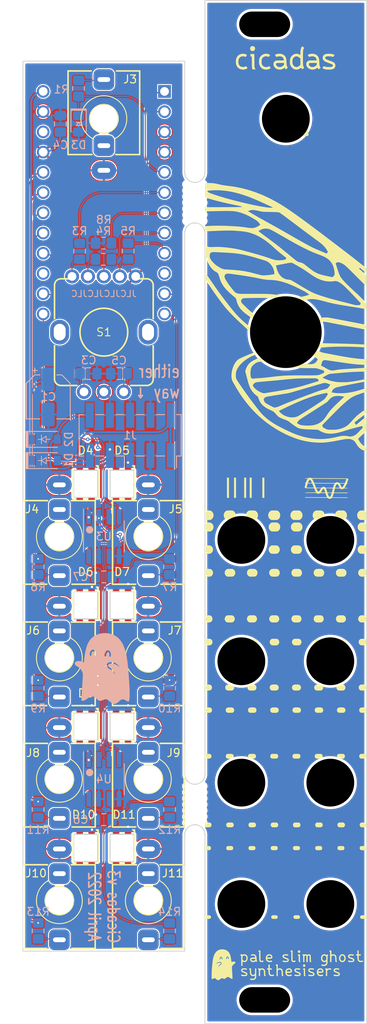
<source format=kicad_pcb>
(kicad_pcb (version 20211014) (generator pcbnew)
  (layers (0 "F.Cu" signal) (31 "B.Cu" signal) (34 "B.Paste" user) (35 "F.Paste" user) (36 "B.SilkS" user "B.Silkscreen") (37 "F.SilkS" user "F.Silkscreen") (38 "B.Mask" user) (39 "F.Mask" user) (44 "Edge.Cuts" user))
  (net 0 "")
  (net 1 "encoder A")
  (net 2 "encoder B")
  (net 3 "Net-(D1-Pad2)")
  (net 4 "Net-(D2-Pad2)")
  (net 5 "Net-(J10-PadT)")
  (net 7 "Net-(J11-PadT)")
  (net 8 "Net-(J3-PadT)")
  (net 9 "Net-(J4-PadT)")
  (net 11 "Net-(J5-PadT)")
  (net 12 "Net-(J6-PadT)")
  (net 14 "Net-(J7-PadT)")
  (net 15 "Net-(J8-PadT)")
  (net 17 "Net-(J9-PadT)")
  (net 18 "D1")
  (net 20 "A1")
  (net 21 "D2")
  (net 23 "A2")
  (net 24 "D3")
  (net 26 "A3")
  (net 27 "D4")
  (net 29 "A4")
  (net 31 "SCK")
  (net 33 "LED R")
  (net 34 "LED G")
  (net 35 "+12V")
  (net 36 "GND")
  (net 37 "Net-(R3-Pad1)")
  (net 38 "switch")
  (net 39 "LED B")
  (net 40 "+3V3")
  (net 41 "clock in")
  (net 42 "COPI")
  (net 43 "CIPO")
  (net 44 "Net-(R4-Pad1)")
  (net 45 "Net-(R5-Pad1)")
  (net 47 "LED")
  (net 48 "CS1")
  (net 49 "CS2")
  (net 50 "Net-(D4-Pad2)")
  (net 51 "Net-(D5-Pad2)")
  (net 52 "Net-(D6-Pad2)")
  (net 53 "Net-(D7-Pad2)")
  (net 54 "Net-(D8-Pad2)")
  (net 55 "Net-(D10-Pad4)")
  (net 56 "Net-(D10-Pad2)")
  (footprint "Pale Slim Ghost:Jack_3.5mm_QingPu_WQP-PJ398SM_Vertical" (layer "F.Cu") (at 66.548 156.21 180)
    (fp_text reference "J11")
    (fp_text value "AudioJack2_SwitchT")
  )
  (footprint "Pale Slim Ghost:hole 6mm (jack panel)" (layer "F.Cu") (at 89.408 156.6425)
    (fp_text reference "H11" hide)
    (fp_text value "MountingHole" hide)
  )
  (footprint "Pale Slim Ghost:Jack_3.5mm_QingPu_WQP-PJ398SM_Vertical" (layer "F.Cu") (at 55.372 125.73 180)
    (fp_text reference "J6")
    (fp_text value "AudioJack2_SwitchT")
  )
  (footprint "Switches:ENCODER_LED_3" (layer "F.Cu") (at 60.96 84.836)
    (fp_text reference "S1")
    (fp_text value "ENCODER-RGB-SWITCH" hide)
  )
  (footprint "Pale Slim Ghost:hole 9mm (encoder panel)" (layer "F.Cu") (at 83.82 84.836)
    (fp_text reference "H3" hide)
    (fp_text value "MountingHole" hide)
  )
  (footprint "Pale Slim Ghost:Jack_3.5mm_QingPu_WQP-PJ398SM_Vertical" (layer "F.Cu") (at 55.372 110.49 180)
    (fp_text reference "J4")
    (fp_text value "AudioJack2_SwitchT")
  )
  (footprint "Pale Slim Ghost:SK6812MINI-E" (layer "F.Cu") (at 63.246 134.366 90)
    (fp_text reference "D9")
    (fp_text value "SK6812MINI")
    (fp_line (start -1.7 -1.5) (end 1.7 -1.5) (layer "Edge.Cuts") (width 0.12))
    (fp_line (start -1.7 1.5) (end -1.7 -1.5) (layer "Edge.Cuts") (width 0.12))
    (fp_line (start 1.7 1.5) (end -1.7 1.5) (layer "Edge.Cuts") (width 0.12))
    (fp_line (start 1.7 -1.5) (end 1.7 1.5) (layer "Edge.Cuts") (width 0.12))
  )
  (footprint "Pale Slim Ghost:SK6812MINI-E" (layer "F.Cu") (at 63.246 149.606 90)
    (fp_text reference "D11")
    (fp_text value "SK6812MINI")
    (fp_line (start -1.7 1.5) (end -1.7 -1.5) (layer "Edge.Cuts") (width 0.12))
    (fp_line (start 1.7 -1.5) (end 1.7 1.5) (layer "Edge.Cuts") (width 0.12))
    (fp_line (start -1.7 -1.5) (end 1.7 -1.5) (layer "Edge.Cuts") (width 0.12))
    (fp_line (start 1.7 1.5) (end -1.7 1.5) (layer "Edge.Cuts") (width 0.12))
  )
  (footprint "Pale Slim Ghost:SK6812MINI-E" (layer "F.Cu") (at 58.674 134.366 90)
    (fp_text reference "D8")
    (fp_text value "SK6812MINI")
    (fp_line (start -1.7 1.5) (end -1.7 -1.5) (layer "Edge.Cuts") (width 0.12))
    (fp_line (start 1.7 -1.5) (end 1.7 1.5) (layer "Edge.Cuts") (width 0.12))
    (fp_line (start 1.7 1.5) (end -1.7 1.5) (layer "Edge.Cuts") (width 0.12))
    (fp_line (start -1.7 -1.5) (end 1.7 -1.5) (layer "Edge.Cuts") (width 0.12))
  )
  (footprint "Pale Slim Ghost:SK6812MINI-E" (layer "F.Cu") (at 58.674 119.126 90)
    (fp_text reference "D6")
    (fp_text value "SK6812MINI")
    (fp_line (start 1.7 1.5) (end -1.7 1.5) (layer "Edge.Cuts") (width 0.12))
    (fp_line (start 1.7 -1.5) (end 1.7 1.5) (layer "Edge.Cuts") (width 0.12))
    (fp_line (start -1.7 -1.5) (end 1.7 -1.5) (layer "Edge.Cuts") (width 0.12))
    (fp_line (start -1.7 1.5) (end -1.7 -1.5) (layer "Edge.Cuts") (width 0.12))
  )
  (footprint "Pale Slim Ghost:SK6812MINI-E" (layer "F.Cu") (at 63.246 119.126 90)
    (fp_text reference "D7")
    (fp_text value "SK6812MINI")
    (fp_line (start -1.7 1.5) (end -1.7 -1.5) (layer "Edge.Cuts") (width 0.12))
    (fp_line (start -1.7 -1.5) (end 1.7 -1.5) (layer "Edge.Cuts") (width 0.12))
    (fp_line (start 1.7 1.5) (end -1.7 1.5) (layer "Edge.Cuts") (width 0.12))
    (fp_line (start 1.7 -1.5) (end 1.7 1.5) (layer "Edge.Cuts") (width 0.12))
  )
  (footprint "Pale Slim Ghost:mousebite-2.54x5.08mm" (layer "F.Cu") (at 72.39 144.145 90)
    (fp_text reference "mouse-bite-2mm-slot" hide)
    (fp_text value "VAL**" hide)
    (fp_arc (start 3.81 1.27) (mid 2.54 0) (end 3.81 -1.27) (layer "Edge.Cuts") (width 0.12))
    (fp_arc (start -3.81 -1.27) (mid -2.54 0) (end -3.81 1.27) (layer "Edge.Cuts") (width 0.12))
  )
  (footprint "Pale Slim Ghost:hole 6mm (jack panel)" (layer "F.Cu") (at 89.408 126.1625)
    (fp_text reference "H7" hide)
    (fp_text value "MountingHole" hide)
  )
  (footprint "Pale Slim Ghost:hole 6mm (jack panel)" (layer "F.Cu") (at 83.82 58.039)
    (fp_text reference "H2" hide)
    (fp_text value "MountingHole" hide)
  )
  (footprint "Pale Slim Ghost:eurorack panel mounting slot" (layer "F.Cu") (at 81.16 46.18)
    (fp_text reference "H1" hide)
    (fp_text value "MountingHole" hide)
  )
  (footprint "LOGO" (layer "F.Cu") (at 83.82 107.68)
    (fp_text reference "G***" hide)
    (fp_text value "LOGO" hide)
  )
  (footprint "Pale Slim Ghost:hole 6mm (jack panel)" (layer "F.Cu") (at 78.232 156.6425)
    (fp_text reference "H10" hide)
    (fp_text value "MountingHole" hide)
  )
  (footprint "Pale Slim Ghost:hole 6mm (jack panel)" (layer "F.Cu") (at 89.408 110.9225)
    (fp_text reference "H5" hide)
    (fp_text value "MountingHole" hide)
  )
  (footprint "Pale Slim Ghost:Jack_3.5mm_QingPu_WQP-PJ398SM_Vertical" (layer "F.Cu") (at 55.372 156.21 180)
    (fp_text reference "J10")
    (fp_text value "AudioJack2_SwitchT")
  )
  (footprint "Pale Slim Ghost:SK6812MINI-E" (layer "F.Cu") (at 63.246 103.886 90)
    (fp_text reference "D5")
    (fp_text value "SK6812MINI")
    (fp_line (start 1.7 -1.5) (end 1.7 1.5) (layer "Edge.Cuts") (width 0.12))
    (fp_line (start -1.7 -1.5) (end 1.7 -1.5) (layer "Edge.Cuts") (width 0.12))
    (fp_line (start -1.7 1.5) (end -1.7 -1.5) (layer "Edge.Cuts") (width 0.12))
    (fp_line (start 1.7 1.5) (end -1.7 1.5) (layer "Edge.Cuts") (width 0.12))
  )
  (footprint "Pale Slim Ghost:eurorack panel mounting slot" (layer "F.Cu") (at 81.16 168.68)
    (fp_text reference "H12" hide)
    (fp_text value "MountingHole" hide)
  )
  (footprint "Pale Slim Ghost:SK6812MINI-E" (layer "F.Cu") (at 58.674 103.886 90)
    (fp_text reference "D4")
    (fp_text value "SK6812MINI")
    (fp_line (start 1.7 1.5) (end -1.7 1.5) (layer "Edge.Cuts") (width 0.12))
    (fp_line (start -1.7 1.5) (end -1.7 -1.5) (layer "Edge.Cuts") (width 0.12))
    (fp_line (start -1.7 -1.5) (end 1.7 -1.5) (layer "Edge.Cuts") (width 0.12))
    (fp_line (start 1.7 -1.5) (end 1.7 1.5) (layer "Edge.Cuts") (width 0.12))
  )
  (footprint "Pale Slim Ghost:Jack_3.5mm_QingPu_WQP-PJ398SM_Vertical" (layer "F.Cu") (at 66.548 110.49 180)
    (fp_text reference "J5")
    (fp_text value "AudioJack2_SwitchT")
  )
  (footprint "Pale Slim Ghost:Jack_3.5mm_QingPu_WQP-PJ398SM_Vertical" (layer "F.Cu") (at 60.96 58.039)
    (fp_text reference "J3")
    (fp_text value "AudioJack2_SwitchT")
  )
  (footprint "Pale Slim Ghost:hole 6mm (jack panel)" (layer "F.Cu") (at 78.232 110.9225)
    (fp_text reference "H4" hide)
    (fp_text value "MountingHole" hide)
  )
  (footprint "Pale Slim Ghost:hole 6mm (jack panel)" (layer "F.Cu") (at 78.232 126.1625)
    (fp_text reference "H6" hide)
    (fp_text value "MountingHole" hide)
  )
  (footprint "Pale Slim Ghost:hole 6mm (jack panel)" (layer "F.Cu") (at 78.232 141.4025)
    (fp_text reference "H8" hide)
    (fp_text value "MountingHole" hide)
  )
  (footprint "Pale Slim Ghost:SK6812MINI-E" (layer "F.Cu") (at 58.674 149.606 90)
    (fp_text reference "D10")
    (fp_text value "SK6812MINI")
    (fp_line (start -1.7 -1.5) (end 1.7 -1.5) (layer "Edge.Cuts") (width 0.12))
    (fp_line (start -1.7 1.5) (end -1.7 -1.5) (layer "Edge.Cuts") (width 0.12))
    (fp_line (start 1.7 -1.5) (end 1.7 1.5) (layer "Edge.Cuts") (width 0.12))
    (fp_line (start 1.7 1.5) (end -1.7 1.5) (layer "Edge.Cuts") (width 0.12))
  )
  (footprint "Pale Slim Ghost:mousebite-2.54x5.08mm" (layer "F.Cu") (at 72.39 68.58 90)
    (fp_text reference "mouse-bite-2mm-slot" hide)
    (fp_text value "VAL**" hide)
    (fp_arc (start -3.81 -1.27) (mid -2.54 0) (end -3.81 1.27) (layer "Edge.Cuts") (width 0.12))
    (fp_arc (start 3.81 1.27) (mid 2.54 0) (end 3.81 -1.27) (layer "Edge.Cuts") (width 0.12))
  )
  (footprint "Pale Slim Ghost:hole 6mm (jack panel)" (layer "F.Cu") (at 89.408 141.4025)
    (fp_text reference "H9" hide)
    (fp_text value "MountingHole" hide)
  )
  (footprint "Pale Slim Ghost:Jack_3.5mm_QingPu_WQP-PJ398SM_Vertical" (layer "F.Cu") (at 55.372 140.97 180)
    (fp_text reference "J8")
    (fp_text value "AudioJack2_SwitchT")
  )
  (footprint "Pale Slim Ghost:Jack_3.5mm_QingPu_WQP-PJ398SM_Vertical" (layer "F.Cu") (at 66.548 140.97 180)
    (fp_text reference "J9")
    (fp_text value "AudioJack2_SwitchT")
  )
  (footprint "Pale Slim Ghost:Jack_3.5mm_QingPu_WQP-PJ398SM_Vertical" (layer "F.Cu") (at 66.548 125.73 180)
    (fp_text reference "J7")
    (fp_text value "AudioJack2_SwitchT")
  )
  (footprint "Diode_SMD:D_0805_2012Metric_Pad1.15x1.40mm_HandSolder" (layer "B.Cu") (at 57.785 58.674 -90)
    (fp_text reference "D3")
    (fp_text value "D_Zener")
  )
  (footprint "Resistor_SMD:R_0805_2012Metric_Pad1.20x1.40mm_HandSolder" (layer "B.Cu") (at 69.215 114.3 90)
    (fp_text reference "R7")
    (fp_text value "R")
  )
  (footprint "Capacitor_SMD:C_0805_2012Metric_Pad1.18x1.45mm_HandSolder" (layer "B.Cu") (at 60.96 146.05)
    (fp_text reference "C6")
    (fp_text value "100n")
  )
  (footprint "LOGO" (layer "B.Cu") (at 60.706 127.127 180)
    (fp_text reference "G***" hide)
    (fp_text value "LOGO" hide)
  )
  (footprint "Resistor_SMD:R_0805_2012Metric_Pad1.20x1.40mm_HandSolder" (layer "B.Cu") (at 64.008 74.66 90)
    (fp_text reference "R5")
    (fp_text value "R")
  )
  (footprint "Resistor_SMD:R_0805_2012Metric_Pad1.20x1.40mm_HandSolder" (layer "B.Cu") (at 69.215 144.78 90)
    (fp_text reference "R12")
    (fp_text value "R")
  )
  (footprint "promicro:ProMicro-NoSilk" (layer "B.Cu") (at 60.96 68.58 -90)
    (fp_text reference "U1" hide)
    (fp_text value "ProMicro")
  )
  (footprint "Capacitor_SMD:C_0805_2012Metric_Pad1.18x1.45mm_HandSolder" (layer "B.Cu") (at 62.865 90.043 180)
    (fp_text reference "C5")
    (fp_text value "100n")
  )
  (footprint "Capacitor_SMD:C_0805_2012Metric_Pad1.18x1.45mm_HandSolder" (layer "B.Cu") (at 60.96 115.57)
    (fp_text reference "C7")
    (fp_text value "100n")
  )
  (footprint "Resistor_SMD:R_0805_2012Metric_Pad1.20x1.40mm_HandSolder" (layer "B.Cu") (at 69.215 160.02 90)
    (fp_text reference "R14")
    (fp_text value "R")
  )
  (footprint "Resistor_SMD:R_0805_2012Metric_Pad1.20x1.40mm_HandSolder" (layer "B.Cu") (at 52.705 160.02 90)
    (fp_text reference "R13")
    (fp_text value "R")
  )
  (footprint "Capacitor_SMD:C_0805_2012Metric_Pad1.18x1.45mm_HandSolder" (layer "B.Cu") (at 55.499 58.674 90)
    (fp_text reference "C4")
    (fp_text value "100n")
  )
  (footprint "Resistor_SMD:R_0805_2012Metric_Pad1.20x1.40mm_HandSolder" (layer "B.Cu") (at 60.9092 73.66)
    (fp_text reference "R8")
    (fp_text value "R")
  )
  (footprint "Capacitor_SMD:CP_Elec_5x4.5" (layer "B.Cu") (at 53.975 92.964 -90)
    (fp_text reference "C1")
    (fp_text value "10u")
  )
  (footprint "Diode_SMD:D_SOD-123" (layer "B.Cu") (at 53.467 98.298)
    (fp_text reference "D2")
    (fp_text value "D")
  )
  (footprint "Package_SO:SOIC-8_3.9x4.9mm_P1.27mm" (layer "B.Cu") (at 60.96 140.97 -90)
    (fp_text reference "U4")
    (fp_text value "MCP4822")
  )
  (footprint "Resistor_SMD:R_0805_2012Metric_Pad1.20x1.40mm_HandSolder" (layer "B.Cu") (at 57.785 54.229 -90)
    (fp_text reference "R1")
    (fp_text value "R")
  )
  (footprint "Capacitor_SMD:C_0805_2012Metric_Pad1.18x1.45mm_HandSolder" (layer "B.Cu") (at 59.055 90.043 180)
    (fp_text reference "C3")
    (fp_text value "100n")
  )
  (footprint "Resistor_SMD:R_0805_2012Metric_Pad1.20x1.40mm_HandSolder" (layer "B.Cu") (at 52.705 129.54 90)
    (fp_text reference "R9")
    (fp_text value "R")
  )
  (footprint "Package_SO:SOIC-8_3.9x4.9mm_P1.27mm" (layer "B.Cu") (at 60.96 110.49 -90)
    (fp_text reference "U3")
    (fp_text value "MCP4822")
  )
  (footprint "Resistor_SMD:R_0805_2012Metric_Pad1.20x1.40mm_HandSolder" (layer "B.Cu") (at 52.705 144.78 90)
    (fp_text reference "R11")
    (fp_text value "R")
  )
  (footprint "Resistor_SMD:R_0805_2012Metric_Pad1.20x1.40mm_HandSolder" (layer "B.Cu") (at 57.912 74.676 90)
    (fp_text reference "R3")
    (fp_text value "R")
  )
  (footprint "Resistor_SMD:R_0805_2012Metric_Pad1.20x1.40mm_HandSolder" (layer "B.Cu") (at 52.705 114.3 90)
    (fp_text reference "R6")
    (fp_text value "R")
  )
  (footprint "Resistor_SMD:R_0805_2012Metric_Pad1.20x1.40mm_HandSolder" (layer "B.Cu") (at 60.9092 75.692)
    (fp_text reference "R4")
    (fp_text value "R")
  )
  (footprint "Connector_PinHeader_2.54mm:PinHeader_2x05_P2.54mm_Vertical_SMD" (layer "B.Cu") (at 64.262 97.79 90)
    (fp_text reference "J1")
    (fp_text value "Conn_02x05_Odd_Even")
  )
  (footprint "Resistor_SMD:R_0805_2012Metric_Pad1.20x1.40mm_HandSolder" (layer "B.Cu") (at 69.215 129.54 90)
    (fp_text reference "R10")
    (fp_text value "R")
  )
  (footprint "Diode_SMD:D_SOD-123" (layer "B.Cu") (at 53.467 100.965)
    (fp_text reference "D1")
    (fp_text value "D")
  )
  (gr_circle (center 59.175 140.135) (end 59.556 140.135) (layer "B.SilkS") (width 0.15) (fill solid))
  (gr_circle (center 59.175 109.655) (end 59.556 109.655) (layer "B.SilkS") (width 0.15) (fill solid))
  (gr_line (start 50.8 162.56) (end 50.8 50.8) (layer "Edge.Cuts") (width 0.1))
  (gr_line (start 93.98 43.18) (end 73.66 43.18) (layer "Edge.Cuts") (width 0.1))
  (gr_line (start 71.12 140.335) (end 71.12 72.39) (layer "Edge.Cuts") (width 0.1))
  (gr_line (start 50.8 50.8) (end 71.12 50.8) (layer "Edge.Cuts") (width 0.1))
  (gr_line (start 71.12 147.955) (end 71.12 162.56) (layer "Edge.Cuts") (width 0.1))
  (gr_line (start 73.66 166.37) (end 73.66 147.955) (layer "Edge.Cuts") (width 0.1))
  (gr_line (start 93.98 171.68) (end 93.98 43.18) (layer "Edge.Cuts") (width 0.1))
  (gr_line (start 62.992 162.56) (end 50.8 162.56) (layer "Edge.Cuts") (width 0.1))
  (gr_line (start 71.12 162.56) (end 62.992 162.56) (layer "Edge.Cuts") (width 0.1))
  (gr_line (start 71.12 50.8) (end 71.12 64.77) (layer "Edge.Cuts") (width 0.1))
  (gr_line (start 73.66 72.39) (end 73.66 140.335) (layer "Edge.Cuts") (width 0.1))
  (gr_line (start 73.66 171.68) (end 93.98 171.68) (layer "Edge.Cuts") (width 0.1))
  (gr_line (start 73.66 166.37) (end 73.66 171.68) (layer "Edge.Cuts") (width 0.1))
  (gr_line (start 73.66 43.18) (end 73.66 64.77) (layer "Edge.Cuts") (width 0.1))
  (gr_text "JLCJLCJLCJLC" (at 60.96 80.01) (layer "B.SilkS") (effects (font (size 0.8 0.8) (thickness 0.12)) (justify mirror)))
  (gr_text "Cicadas v3\nApril 2022" (at 60.96 156.972 270) (layer "B.SilkS") (effects (font (size 1.5 1.1) (thickness 0.2)) (justify mirror)))
  (gr_text "either\nway ↓" (at 70.612 91.059) (layer "B.SilkS") (effects (font (size 1.6 1.2) (thickness 0.2)) (justify left mirror)))
  (segment (start 61.214 79.375) (end 64.947213 79.375) (width 0.127) (layer "F.Cu") (net 1))
  (segment (start 58.46064 92.33408) (end 58.46064 82.12836) (width 0.127) (layer "F.Cu") (net 1))
  (segment (start 66.167 78.155213) (end 66.167 57.023) (width 0.127) (layer "F.Cu") (net 1))
  (arc (start 66.167 57.023) (mid 66.873751 55.316751) (end 68.58 54.61) (width 0.127) (layer "F.Cu") (net 1))
  (arc (start 64.947213 79.375) (mid 65.809733 79.017733) (end 66.167 78.155213) (width 0.127) (layer "F.Cu") (net 1))
  (arc (start 58.46064 82.12836) (mid 59.26708 80.18144) (end 61.214 79.375) (width 0.127) (layer "F.Cu") (net 1))
  (segment (start 58.0175 91.89094) (end 58.0175 90.043) (width 0.127) (layer "B.Cu") (net 1))
  (arc (start 58.46064 92.33408) (mid 58.147293 92.204287) (end 58.0175 91.89094) (width 0.127) (layer "B.Cu") (net 1))
  (segment (start 68.58 57.15) (end 67.691 57.15) (width 0.127) (layer "F.Cu") (net 2))
  (segment (start 66.421 58.42) (end 66.421 78.181292) (width 0.127) (layer "F.Cu") (net 2))
  (segment (start 64.973292 79.629) (end 64.897 79.629) (width 0.127) (layer "F.Cu") (net 2))
  (segment (start 63.45936 81.06664) (end 63.45936 92.33408) (width 0.127) (layer "F.Cu") (net 2))
  (arc (start 64.897 79.629) (mid 63.880435 80.050075) (end 63.45936 81.06664) (width 0.127) (layer "F.Cu") (net 2))
  (arc (start 67.691 57.15) (mid 66.792974 57.521974) (end 66.421 58.42) (width 0.127) (layer "F.Cu") (net 2))
  (arc (start 66.421 78.181292) (mid 65.996976 79.204976) (end 64.973292 79.629) (width 0.127) (layer "F.Cu") (net 2))
  (segment (start 63.9025 91.89094) (end 63.9025 90.043) (width 0.127) (layer "B.Cu") (net 2))
  (arc (start 63.45936 92.33408) (mid 63.772707 92.204287) (end 63.9025 91.89094) (width 0.127) (layer "B.Cu") (net 2))
  (segment (start 56.412217 100.965) (end 55.117 100.965) (width 0.254) (layer "B.Cu") (net 3))
  (segment (start 69.342 95.534234) (end 69.342 95.265) (width 0.254) (layer "B.Cu") (net 3))
  (segment (start 57.912 99.002978) (end 57.912 99.465217) (width 0.254) (layer "B.Cu") (net 3))
  (segment (start 69.342 100.315) (end 69.342 99.283766) (width 0.254) (layer "B.Cu") (net 3))
  (segment (start 67.467234 97.409) (end 59.505978 97.409) (width 0.254) (layer "B.Cu") (net 3))
  (segment (start 69.342 95.265) (end 69.342 100.315) (width 0.254) (layer "B.Cu") (net 3))
  (arc (start 57.912 99.465217) (mid 57.472724 100.525724) (end 56.412217 100.965) (width 0.254) (layer "B.Cu") (net 3))
  (arc (start 59.505978 97.409) (mid 58.378865 97.875865) (end 57.912 99.002978) (width 0.254) (layer "B.Cu") (net 3))
  (arc (start 67.467234 97.409) (mid 68.792894 96.859894) (end 69.342 95.534234) (width 0.254) (layer "B.Cu") (net 3))
  (segment (start 58.15 95.265) (end 59.182 95.265) (width 0.254) (layer "B.Cu") (net 4))
  (segment (start 54.229 99.186) (end 54.229 101.518267) (width 0.254) (layer "B.Cu") (net 4))
  (segment (start 54.691733 101.981) (end 55.849185 101.981) (width 0.254) (layer "B.Cu") (net 4))
  (segment (start 57.688815 101.219) (end 58.278 101.219) (width 0.254) (layer "B.Cu") (net 4))
  (arc (start 55.117 98.298) (mid 54.489089 98.558089) (end 54.229 99.186) (width 0.254) (layer "B.Cu") (net 4))
  (arc (start 58.278 101.219) (mid 58.917225 100.954225) (end 59.182 100.315) (width 0.254) (layer "B.Cu") (net 4))
  (arc (start 54.229 101.518267) (mid 54.364531 101.845469) (end 54.691733 101.981) (width 0.254) (layer "B.Cu") (net 4))
  (arc (start 56.769 101.6) (mid 57.191014 101.318019) (end 57.688815 101.219) (width 0.254) (layer "B.Cu") (net 4))
  (arc (start 55.117 98.298) (mid 56.005345 96.153345) (end 58.15 95.265) (width 0.254) (layer "B.Cu") (net 4))
  (arc (start 55.849185 101.981) (mid 56.346985 101.881981) (end 56.769 101.6) (width 0.254) (layer "B.Cu") (net 4))
  (segment (start 55.262 161.02) (end 52.705 161.02) (width 0.127) (layer "B.Cu") (net 5))
  (arc (start 55.372 161.13) (mid 55.339782 161.052218) (end 55.262 161.02) (width 0.127) (layer "B.Cu") (net 5))
  (segment (start 69.215 161.02) (end 66.658 161.02) (width 0.127) (layer "B.Cu") (net 7))
  (arc (start 66.658 161.02) (mid 66.580218 161.052218) (end 66.548 161.13) (width 0.127) (layer "B.Cu") (net 7))
  (segment (start 57.785 53.229) (end 60.85 53.229) (width 0.127) (layer "B.Cu") (net 8))
  (arc (start 60.85 53.229) (mid 60.927782 53.196782) (end 60.96 53.119) (width 0.127) (layer "B.Cu") (net 8))
  (segment (start 52.705 115.3) (end 55.262 115.3) (width 0.127) (layer "B.Cu") (net 9))
  (arc (start 55.262 115.3) (mid 55.339782 115.332218) (end 55.372 115.41) (width 0.127) (layer "B.Cu") (net 9))
  (segment (start 69.215 115.3) (end 66.658 115.3) (width 0.127) (layer "B.Cu") (net 11))
  (arc (start 66.658 115.3) (mid 66.580218 115.332218) (end 66.548 115.41) (width 0.127) (layer "B.Cu") (net 11))
  (segment (start 52.705 130.54) (end 55.262 130.54) (width 0.127) (layer "B.Cu") (net 12))
  (arc (start 55.262 130.54) (mid 55.339782 130.572218) (end 55.372 130.65) (width 0.127) (layer "B.Cu") (net 12))
  (segment (start 69.215 130.54) (end 66.658 130.54) (width 0.127) (layer "B.Cu") (net 14))
  (arc (start 66.658 130.54) (mid 66.580218 130.572218) (end 66.548 130.65) (width 0.127) (layer "B.Cu") (net 14))
  (segment (start 52.705 145.78) (end 55.262 145.78) (width 0.127) (layer "B.Cu") (net 15))
  (arc (start 55.262 145.78) (mid 55.339782 145.812218) (end 55.372 145.89) (width 0.127) (layer "B.Cu") (net 15))
  (segment (start 69.215 145.78) (end 66.658 145.78) (width 0.127) (layer "B.Cu") (net 17))
  (arc (start 66.658 145.78) (mid 66.580218 145.812218) (end 66.548 145.89) (width 0.127) (layer "B.Cu") (net 17))
  (segment (start 52.324 73.406) (end 52.324 77.016944) (width 0.127) (layer "F.Cu") (net 18))
  (segment (start 52.324 77.016944) (end 52.331012 77.023956) (width 0.127) (layer "F.Cu") (net 18))
  (segment (start 52.331012 77.023956) (end 52.331012 112.926012) (width 0.127) (layer "F.Cu") (net 18))
  (via (at 52.705 113.3) (size 0.46) (drill 0.2) (layers "F.Cu" "B.Cu") (net 18))
  (arc (start 53.34 72.39) (mid 52.62158 72.68758) (end 52.324 73.406) (width 0.127) (layer "F.Cu") (net 18))
  (arc (start 52.331012 112.926012) (mid 52.440551 113.190461) (end 52.705 113.3) (width 0.127) (layer "F.Cu") (net 18))
  (segment (start 65.058597 113.3) (end 69.215 113.3) (width 0.127) (layer "B.Cu") (net 20))
  (segment (start 62.738 114.427) (end 63.931601 114.427) (width 0.127) (layer "B.Cu") (net 20))
  (segment (start 61.595 112.965) (end 61.595 113.284) (width 0.127) (layer "B.Cu") (net 20))
  (arc (start 64.516 113.842597) (mid 64.674923 113.458923) (end 65.058597 113.3) (width 0.127) (layer "B.Cu") (net 20))
  (arc (start 63.931601 114.427) (mid 64.344833 114.255833) (end 64.516 113.842597) (width 0.127) (layer "B.Cu") (net 20))
  (arc (start 61.595 113.284) (mid 61.929777 114.092223) (end 62.738 114.427) (width 0.127) (layer "B.Cu") (net 20))
  (segment (start 52.07 71.12) (end 52.07 127.905) (width 0.127) (layer "F.Cu") (net 21))
  (via (at 52.705 128.54) (size 0.46) (drill 0.2) (layers "F.Cu" "B.Cu") (net 21))
  (arc (start 53.34 69.85) (mid 52.441974 70.221974) (end 52.07 71.12) (width 0.127) (layer "F.Cu") (net 21))
  (arc (start 52.07 127.905) (mid 52.255987 128.354013) (end 52.705 128.54) (width 0.127) (layer "F.Cu") (net 21))
  (segment (start 60.198 128.016) (end 68.707 128.016) (width 0.127) (layer "F.Cu") (net 23))
  (via (at 69.215 128.524) (size 0.46) (drill 0.2) (layers "F.Cu" "B.Cu") (net 23))
  (via (at 60.198 128.016) (size 0.46) (drill 0.2) (layers "F.Cu" "B.Cu") (net 23))
  (arc (start 68.707 128.016) (mid 69.06621 128.16479) (end 69.215 128.524) (width 0.127) (layer "F.Cu") (net 23))
  (segment (start 60.706 115.443) (end 60.706 119.888) (width 0.127) (layer "B.Cu") (net 23))
  (segment (start 60.706 119.888) (end 60.706 127.508) (width 0.127) (layer "B.Cu") (net 23))
  (segment (start 59.944 114.427) (end 60.081875 114.427) (width 0.127) (layer "B.Cu") (net 23))
  (segment (start 59.055 112.965) (end 59.055 113.538) (width 0.127) (layer "B.Cu") (net 23))
  (segment (start 60.706 115.051125) (end 60.706 115.443) (width 0.127) (layer "B.Cu") (net 23))
  (arc (start 60.706 127.508) (mid 60.55721 127.86721) (end 60.198 128.016) (width 0.127) (layer "B.Cu") (net 23))
  (arc (start 60.081875 114.427) (mid 60.523198 114.609802) (end 60.706 115.051125) (width 0.127) (layer "B.Cu") (net 23))
  (arc (start 59.055 113.538) (mid 59.315382 114.166618) (end 59.944 114.427) (width 0.127) (layer "B.Cu") (net 23))
  (segment (start 51.816 68.834) (end 51.816 142.891) (width 0.127) (layer "F.Cu") (net 24))
  (via (at 52.705 143.78) (size 0.46) (drill 0.2) (layers "F.Cu" "B.Cu") (net 24))
  (arc (start 51.816 142.891) (mid 52.076382 143.519618) (end 52.705 143.78) (width 0.127) (layer "F.Cu") (net 24))
  (arc (start 53.34 67.31) (mid 52.262369 67.756369) (end 51.816 68.834) (width 0.127) (layer "F.Cu") (net 24))
  (segment (start 64.528504 143.78) (end 69.215 143.78) (width 0.127) (layer "B.Cu") (net 26))
  (segment (start 61.595 143.445) (end 61.595 143.764) (width 0.127) (layer "B.Cu") (net 26))
  (segment (start 62.738 144.907) (end 63.40154 144.907) (width 0.127) (layer "B.Cu") (net 26))
  (arc (start 63.40154 144.907) (mid 63.830381 144.729364) (end 64.008001 144.300517) (width 0.127) (layer "B.Cu") (net 26))
  (arc (start 64.008001 144.300517) (mid 64.160447 143.932457) (end 64.528504 143.78) (width 0.127) (layer "B.Cu") (net 26))
  (arc (start 61.595 143.764) (mid 61.929777 144.572223) (end 62.738 144.907) (width 0.127) (layer "B.Cu") (net 26))
  (segment (start 51.562 66.548) (end 51.562 157.877) (width 0.127) (layer "F.Cu") (net 27))
  (via (at 52.705 159.02) (size 0.46) (drill 0.2) (layers "F.Cu" "B.Cu") (net 27))
  (arc (start 51.562 157.877) (mid 51.896777 158.685223) (end 52.705 159.02) (width 0.127) (layer "F.Cu") (net 27))
  (arc (start 53.34 64.77) (mid 52.082764 65.290764) (end 51.562 66.548) (width 0.127) (layer "F.Cu") (net 27))
  (segment (start 60.96 145.669) (end 60.96 154.551898) (width 0.127) (layer "B.Cu") (net 29))
  (segment (start 59.055 143.445) (end 59.055 143.764) (width 0.127) (layer "B.Cu") (net 29))
  (segment (start 69.215 159.02) (end 65.428102 159.02) (width 0.127) (layer "B.Cu") (net 29))
  (arc (start 59.055 143.764) (mid 59.35258 144.48242) (end 60.071 144.78) (width 0.127) (layer "B.Cu") (net 29))
  (arc (start 60.96 154.551898) (mid 62.268677 157.711323) (end 65.428102 159.02) (width 0.127) (layer "B.Cu") (net 29))
  (arc (start 60.071 144.78) (mid 60.699618 145.040382) (end 60.96 145.669) (width 0.127) (layer "B.Cu") (net 29))
  (segment (start 57.15 95.25) (end 57.15 95.885) (width 0.127) (layer "F.Cu") (net 31))
  (segment (start 55.118 76.708) (end 55.118 78.359) (width 0.127) (layer "F.Cu") (net 31))
  (segment (start 60.198 98.933) (end 60.198 99.314) (width 0.127) (layer "F.Cu") (net 31))
  (segment (start 57.15 80.391) (end 57.15 95.25) (width 0.127) (layer "F.Cu") (net 31))
  (via (at 60.198 99.314) (size 0.46) (drill 0.2) (layers "F.Cu" "B.Cu") (net 31))
  (arc (start 56.261 79.502) (mid 56.889618 79.762382) (end 57.15 80.391) (width 0.127) (layer "F.Cu") (net 31))
  (arc (start 57.15 95.885) (mid 57.670764 97.142236) (end 58.928 97.663) (width 0.127) (layer "F.Cu") (net 31))
  (arc (start 53.34 74.93) (mid 54.597236 75.450764) (end 55.118 76.708) (width 0.127) (layer "F.Cu") (net 31))
  (arc (start 58.928 97.663) (mid 59.826026 98.034974) (end 60.198 98.933) (width 0.127) (layer "F.Cu") (net 31))
  (arc (start 55.118 78.359) (mid 55.452777 79.167223) (end 56.261 79.502) (width 0.127) (layer "F.Cu") (net 31))
  (segment (start 60.706 101.473) (end 60.706 99.822) (width 0.127) (layer "B.Cu") (net 31))
  (segment (start 60.706 102.997) (end 60.706 101.473) (width 0.127) (layer "B.Cu") (net 31))
  (segment (start 60.833 108.777) (end 60.833 114.046) (width 0.127) (layer "B.Cu") (net 31))
  (segment (start 60.706 106.172) (end 60.706 102.997) (width 0.127) (layer "B.Cu") (net 31))
  (segment (start 60.833 106.478605) (end 60.833 108.777) (width 0.127) (layer "B.Cu") (net 31))
  (segment (start 60.96 114.352605) (end 60.96 137.86) (width 0.127) (layer "B.Cu") (net 31))
  (arc (start 60.706 106.172) (mid 60.718317 106.233926) (end 60.753396 106.286424) (width 0.127) (layer "B.Cu") (net 31))
  (arc (start 60.880396 114.160424) (mid 60.939312 114.248597) (end 60.96 114.352605) (width 0.127) (layer "B.Cu") (net 31))
  (arc (start 60.753396 106.286424) (mid 60.812312 106.374597) (end 60.833 106.478605) (width 0.127) (layer "B.Cu") (net 31))
  (arc (start 60.706 99.822) (mid 60.55721 99.46279) (end 60.198 99.314) (width 0.127) (layer "B.Cu") (net 31))
  (arc (start 61.595 108.015) (mid 61.056185 108.238185) (end 60.833 108.777) (width 0.127) (layer "B.Cu") (net 31))
  (arc (start 60.833 114.046) (mid 60.845317 114.107926) (end 60.880396 114.160424) (width 0.127) (layer "B.Cu") (net 31))
  (arc (start 60.96 137.86) (mid 61.145987 138.309013) (end 61.595 138.495) (width 0.127) (layer "B.Cu") (net 31))
  (segment (start 68.58 67.31) (end 60.706 67.31) (width 0.127) (layer "B.Cu") (net 33))
  (segment (start 57.912 70.104) (end 57.912 73.676) (width 0.127) (layer "B.Cu") (net 33))
  (arc (start 60.706 67.31) (mid 58.730344 68.128344) (end 57.912 70.104) (width 0.127) (layer "B.Cu") (net 33))
  (segment (start 62.9412 74.7776) (end 62.9412 73.270737) (width 0.127) (layer "B.Cu") (net 34))
  (segment (start 63.821937 72.39) (end 68.58 72.39) (width 0.127) (layer "B.Cu") (net 34))
  (segment (start 61.9092 75.692) (end 62.0268 75.692) (width 0.127) (layer "B.Cu") (net 34))
  (arc (start 62.0268 75.692) (mid 62.673378 75.424178) (end 62.9412 74.7776) (width 0.127) (layer "B.Cu") (net 34))
  (arc (start 62.9412 73.270737) (mid 63.199162 72.647962) (end 63.821937 72.39) (width 0.127) (layer "B.Cu") (net 34))
  (segment (start 51.817 93.092) (end 51.817 92.922) (width 0.254) (layer "B.Cu") (net 35))
  (segment (start 51.817 98.298) (end 51.817 93.219) (width 0.254) (layer "B.Cu") (net 35))
  (segment (start 51.817 93.219) (end 51.817 93.092) (width 0.254) (layer "B.Cu") (net 35))
  (segment (start 53.34 54.61) (end 53.086 54.61) (width 0.254) (layer "B.Cu") (net 35))
  (segment (start 51.817 93.219) (end 51.817 56.133) (width 0.254) (layer "B.Cu") (net 35))
  (segment (start 51.817 100.965) (end 51.817 98.298) (width 0.254) (layer "B.Cu") (net 35))
  (arc (start 51.817 92.922) (mid 52.449064 91.396064) (end 53.975 90.764) (width 0.254) (layer "B.Cu") (net 35))
  (arc (start 51.817 56.133) (mid 52.263076 55.056076) (end 53.34 54.61) (width 0.254) (layer "B.Cu") (net 35))
  (segment (start 63.996 116.451) (end 64 116.451) (width 0.254) (layer "F.Cu") (net 36))
  (segment (start 63.996 131.691) (end 64 131.691) (width 0.254) (layer "F.Cu") (net 36))
  (segment (start 59.424 131.691) (end 59.428 131.691) (width 0.254) (layer "F.Cu") (net 36))
  (segment (start 59.424 116.451) (end 59.424 116.787048) (width 0.254) (layer "F.Cu") (net 36))
  (segment (start 63.996 146.931) (end 64 146.931) (width 0.254) (layer "F.Cu") (net 36))
  (segment (start 59.424 146.931) (end 59.424 147.267048) (width 0.254) (layer "F.Cu") (net 36))
  (segment (start 60.079 101.211) (end 59.424 101.211) (width 0.254) (layer "F.Cu") (net 36))
  (via (at 59.463452 116.8265) (size 0.6) (drill 0.3) (layers "F.Cu" "B.Cu") (net 36))
  (via (at 61.722 99.568) (size 0.6) (drill 0.3) (layers "F.Cu" "B.Cu") (net 36))
  (via (at 59.436 131.699) (size 0.6) (drill 0.3) (layers "F.Cu" "B.Cu") (net 36))
  (via (at 64.008 146.939) (size 0.6) (drill 0.3) (layers "F.Cu" "B.Cu") (net 36))
  (via (at 64.008 116.459) (size 0.6) (drill 0.3) (layers "F.Cu" "B.Cu") (net 36))
  (via (at 59.463452 147.3065) (size 0.6) (drill 0.3) (layers "F.Cu" "B.Cu") (net 36))
  (via (at 63.996 101.211) (size 0.6) (drill 0.3) (layers "F.Cu" "B.Cu") (net 36))
  (via (at 64.008 131.699) (size 0.6) (drill 0.3) (layers "F.Cu" "B.Cu") (net 36))
  (arc (start 59.424 116.787048) (mid 59.435555 116.814945) (end 59.463452 116.8265) (width 0.254) (layer "F.Cu") (net 36))
  (arc (start 59.424 147.267048) (mid 59.435555 147.294945) (end 59.463452 147.3065) (width 0.254) (layer "F.Cu") (net 36))
  (arc (start 61.722 99.568) (mid 61.240776 100.729776) (end 60.079 101.211) (width 0.254) (layer "F.Cu") (net 36))
  (arc (start 64 146.931) (mid 64.005657 146.933343) (end 64.008 146.939) (width 0.254) (layer "F.Cu") (net 36))
  (arc (start 59.428 131.691) (mid 59.433657 131.693343) (end 59.436 131.699) (width 0.254) (layer "F.Cu") (net 36))
  (arc (start 64 116.451) (mid 64.005657 116.453343) (end 64.008 116.459) (width 0.254) (layer "F.Cu") (net 36))
  (arc (start 64 131.691) (mid 64.005657 131.693343) (end 64.008 131.699) (width 0.254) (layer "F.Cu") (net 36))
  (segment (start 63.996 100.581) (end 63.996 101.211) (width 0.254) (layer "B.Cu") (net 36))
  (segment (start 61.722 100.315) (end 61.722 99.568) (width 0.254) (layer "B.Cu") (net 36))
  (arc (start 64.262 100.315) (mid 64.07391 100.39291) (end 63.996 100.581) (width 0.254) (layer "B.Cu") (net 36))
  (segment (start 56.96204 77.8383) (end 56.96204 76.62596) (width 0.127) (layer "B.Cu") (net 37))
  (arc (start 56.96204 76.62596) (mid 57.240277 75.954237) (end 57.912 75.676) (width 0.127) (layer "B.Cu") (net 37))
  (segment (start 63.5 69.9008) (end 68.5292 69.9008) (width 0.127) (layer "B.Cu") (net 38))
  (segment (start 61.9092 73.66) (end 61.9092 71.4916) (width 0.127) (layer "B.Cu") (net 38))
  (segment (start 60.96 77.8383) (end 60.96 74.6092) (width 0.127) (layer "B.Cu") (net 38))
  (arc (start 61.9092 71.4916) (mid 62.375135 70.366735) (end 63.5 69.9008) (width 0.127) (layer "B.Cu") (net 38))
  (arc (start 60.96 74.6092) (mid 61.238014 73.938014) (end 61.9092 73.66) (width 0.127) (layer "B.Cu") (net 38))
  (arc (start 68.5292 69.9008) (mid 68.565121 69.885921) (end 68.58 69.85) (width 0.127) (layer "B.Cu") (net 38))
  (segment (start 64.008 73.66) (end 67.31 73.66) (width 0.127) (layer "B.Cu") (net 39))
  (arc (start 67.31 73.66) (mid 68.208026 74.031974) (end 68.58 74.93) (width 0.127) (layer "B.Cu") (net 39))
  (via (at 59.055 108.077) (size 0.6) (drill 0.3) (layers "F.Cu" "B.Cu") (net 40))
  (via (at 59.944 145.415) (size 0.6) (drill 0.3) (layers "F.Cu" "B.Cu") (net 40))
  (via (at 59.055 138.557) (size 0.6) (drill 0.3) (layers "F.Cu" "B.Cu") (net 40))
  (via (at 59.944 115.062) (size 0.6) (drill 0.3) (layers "F.Cu" "B.Cu") (net 40))
  (segment (start 59.9225 115.57) (end 59.9225 115.0835) (width 0.254) (layer "B.Cu") (net 40))
  (segment (start 59.055 108.015) (end 59.055 108.077) (width 0.254) (layer "B.Cu") (net 40))
  (segment (start 55.499 60.071) (end 55.499 59.7115) (width 0.254) (layer "B.Cu") (net 40))
  (segment (start 59.055 138.495) (end 59.055 138.557) (width 0.254) (layer "B.Cu") (net 40))
  (segment (start 59.9225 146.05) (end 59.9225 145.4365) (width 0.254) (layer "B.Cu") (net 40))
  (arc (start 53.34 62.23) (mid 54.866644 61.597644) (end 55.499 60.071) (width 0.254) (layer "B.Cu") (net 40))
  (arc (start 59.9225 115.0835) (mid 59.928797 115.068297) (end 59.944 115.062) (width 0.254) (layer "B.Cu") (net 40))
  (arc (start 59.9225 145.4365) (mid 59.928797 145.421297) (end 59.944 145.415) (width 0.254) (layer "B.Cu") (net 40))
  (segment (start 63.465636 55.229) (end 57.785 55.229) (width 0.127) (layer "B.Cu") (net 41))
  (segment (start 66.167 62.357) (end 66.167 57.930364) (width 0.127) (layer "B.Cu") (net 41))
  (segment (start 57.785 55.229) (end 57.785 57.649) (width 0.127) (layer "B.Cu") (net 41))
  (arc (start 68.58 64.77) (mid 66.873751 64.063249) (end 66.167 62.357) (width 0.127) (layer "B.Cu") (net 41))
  (arc (start 66.167 57.930364) (mid 65.375789 56.020211) (end 63.465636 55.229) (width 0.127) (layer "B.Cu") (net 41))
  (segment (start 58.843679 98.382321) (end 58.795007 98.382321) (width 0.127) (layer "F.Cu") (net 42))
  (segment (start 56.896 83.566) (end 56.896 96.266) (width 0.127) (layer "F.Cu") (net 42))
  (segment (start 58.928 98.298) (end 58.843679 98.382321) (width 0.127) (layer "F.Cu") (net 42))
  (via (at 58.928 98.298) (size 0.46) (drill 0.2) (layers "F.Cu" "B.Cu") (net 42))
  (arc (start 53.34 80.01) (mid 55.854472 81.051528) (end 56.896 83.566) (width 0.127) (layer "F.Cu") (net 42))
  (arc (start 56.896 96.266) (mid 57.491159 97.702841) (end 58.928 98.298) (width 0.127) (layer "F.Cu") (net 42))
  (segment (start 60.96 105.283) (end 60.96 99.314) (width 0.127) (layer "B.Cu") (net 42))
  (segment (start 61.087 110.236) (end 61.087 113.931576) (width 0.127) (layer "B.Cu") (net 42))
  (segment (start 61.214 116.84) (end 61.214 136.144) (width 0.127) (layer "B.Cu") (net 42))
  (segment (start 62.865 108.015) (end 62.865 107.188) (width 0.127) (layer "B.Cu") (net 42))
  (segment (start 58.928 98.298) (end 59.944 98.298) (width 0.127) (layer "B.Cu") (net 42))
  (segment (start 61.214 114.238181) (end 61.214 116.84) (width 0.127) (layer "B.Cu") (net 42))
  (segment (start 62.23 109.347) (end 61.976 109.347) (width 0.127) (layer "B.Cu") (net 42))
  (segment (start 62.865 137.795) (end 62.865 138.495) (width 0.127) (layer "B.Cu") (net 42))
  (segment (start 62.865 108.015) (end 62.865 108.712) (width 0.127) (layer "B.Cu") (net 42))
  (arc (start 61.976 109.347) (mid 61.347382 109.607382) (end 61.087 110.236) (width 0.127) (layer "B.Cu") (net 42))
  (arc (start 62.103 137.033) (mid 62.641815 137.256185) (end 62.865 137.795) (width 0.127) (layer "B.Cu") (net 42))
  (arc (start 59.944 98.298) (mid 60.66242 98.59558) (end 60.96 99.314) (width 0.127) (layer "B.Cu") (net 42))
  (arc (start 62.865 107.188) (mid 62.641815 106.649185) (end 62.103 106.426) (width 0.127) (layer "B.Cu") (net 42))
  (arc (start 61.087 113.931576) (mid 61.099317 113.993502) (end 61.134396 114.046) (width 0.127) (layer "B.Cu") (net 42))
  (arc (start 62.865 108.712) (mid 62.679013 109.161013) (end 62.23 109.347) (width 0.127) (layer "B.Cu") (net 42))
  (arc (start 61.134396 114.046) (mid 61.193312 114.134173) (end 61.214 114.238181) (width 0.127) (layer "B.Cu") (net 42))
  (arc (start 62.103 106.426) (mid 61.294777 106.091223) (end 60.96 105.283) (width 0.127) (layer "B.Cu") (net 42))
  (arc (start 61.214 136.144) (mid 61.474382 136.772618) (end 62.103 137.033) (width 0.127) (layer "B.Cu") (net 42))
  (segment (start 58.96102 77.8383) (end 58.96102 76.64018) (width 0.127) (layer "B.Cu") (net 44))
  (arc (start 58.96102 76.64018) (mid 59.238735 75.969715) (end 59.9092 75.692) (width 0.127) (layer "B.Cu") (net 44))
  (segment (start 62.95898 77.8383) (end 62.95898 76.70902) (width 0.127) (layer "B.Cu") (net 45))
  (arc (start 62.95898 76.70902) (mid 63.266231 75.967251) (end 64.008 75.66) (width 0.127) (layer "B.Cu") (net 45))
  (segment (start 57.924 101.211) (end 55.846395 101.211) (width 0.127) (layer "F.Cu") (net 47))
  (segment (start 53.34 98.704605) (end 53.34 82.55) (width 0.127) (layer "F.Cu") (net 47))
  (arc (start 55.846395 101.211) (mid 54.074106 100.476894) (end 53.34 98.704605) (width 0.127) (layer "F.Cu") (net 47))
  (segment (start 62.546 110.236) (end 62.992 110.236) (width 0.127) (layer "F.Cu") (net 48))
  (segment (start 60.325 108.204) (end 60.365272 108.244272) (width 0.127) (layer "F.Cu") (net 48))
  (segment (start 60.365272 108.244272) (end 60.365272 108.448774) (width 0.127) (layer "F.Cu") (net 48))
  (via (at 62.992 110.236) (size 0.46) (drill 0.2) (layers "F.Cu" "B.Cu") (net 48))
  (via (at 60.325 108.204) (size 0.46) (drill 0.2) (layers "F.Cu" "B.Cu") (net 48))
  (arc (start 60.365272 108.448774) (mid 61.137013 109.731856) (end 62.546 110.236) (width 0.127) (layer "F.Cu") (net 48))
  (segment (start 70.104 96.266) (end 70.104 102.997) (width 0.127) (layer "B.Cu") (net 48))
  (segment (start 70.104 84.074) (end 70.104 95.758) (width 0.127) (layer "B.Cu") (net 48))
  (segment (start 70.104 95.758) (end 70.104 96.266) (width 0.127) (layer "B.Cu") (net 48))
  (segment (start 67.437 112.395) (end 65.151 112.395) (width 0.127) (layer "B.Cu") (net 48))
  (segment (start 70.104 102.997) (end 70.104 109.728) (width 0.127) (layer "B.Cu") (net 48))
  (arc (start 68.58 82.55) (mid 69.657631 82.996369) (end 70.104 84.074) (width 0.127) (layer "B.Cu") (net 48))
  (arc (start 65.151 112.395) (mid 63.624356 111.762644) (end 62.992 110.236) (width 0.127) (layer "B.Cu") (net 48))
  (arc (start 70.104 109.728) (mid 69.322854 111.613854) (end 67.437 112.395) (width 0.127) (layer "B.Cu") (net 48))
  (segment (start 60.198 129.159) (end 69.215 129.159) (width 0.127) (layer "F.Cu") (net 49))
  (segment (start 69.088 80.01) (end 68.58 80.01) (width 0.127) (layer "F.Cu") (net 49))
  (segment (start 69.977 128.397) (end 69.977 80.899) (width 0.127) (layer "F.Cu") (net 49))
  (via (at 60.198 129.159) (size 0.46) (drill 0.2) (layers "F.Cu" "B.Cu") (net 49))
  (arc (start 69.977 80.899) (mid 69.716618 80.270382) (end 69.088 80.01) (width 0.127) (layer "F.Cu") (net 49))
  (arc (start 69.215 129.159) (mid 69.753815 128.935815) (end 69.977 128.397) (width 0.127) (layer "F.Cu") (net 49))
  (segment (start 60.706 136.779) (end 60.706 129.667) (width 0.127) (layer "B.Cu") (net 49))
  (segment (start 60.706 138.114) (end 60.706 136.779) (width 0.127) (layer "B.Cu") (net 49))
  (arc (start 60.706 129.667) (mid 60.55721 129.30779) (end 60.198 129.159) (width 0.127) (layer "B.Cu") (net 49))
  (arc (start 60.325 138.495) (mid 60.594408 138.383408) (end 60.706 138.114) (width 0.127) (layer "B.Cu") (net 49))
  (segment (start 59.424 106.561) (end 59.712387 106.561) (width 0.127) (layer "F.Cu") (net 50))
  (segment (start 62.207613 101.211) (end 62.496 101.211) (width 0.127) (layer "F.Cu") (net 50))
  (segment (start 60.96 105.313387) (end 60.96 102.458613) (width 0.127) (layer "F.Cu") (net 50))
  (arc (start 60.96 102.458613) (mid 61.325417 101.576417) (end 62.207613 101.211) (width 0.127) (layer "F.Cu") (net 50))
  (arc (start 59.712387 106.561) (mid 60.594583 106.195583) (end 60.96 105.313387) (width 0.127) (layer "F.Cu") (net 50))
  (segment (start 57.924 113.526) (end 57.924 116.451) (width 0.127) (layer "F.Cu") (net 51))
  (segment (start 63.996 106.561) (end 63.996 109.232) (width 0.127) (layer "F.Cu") (net 51))
  (segment (start 61.849 111.379) (end 60.071 111.379) (width 0.127) (layer "F.Cu") (net 51))
  (arc (start 63.996 109.232) (mid 63.367158 110.750158) (end 61.849 111.379) (width 0.127) (layer "F.Cu") (net 51))
  (arc (start 60.071 111.379) (mid 58.552842 112.007842) (end 57.924 113.526) (width 0.127) (layer "F.Cu") (net 51))
  (segment (start 60.96 120.553387) (end 60.96 117.698613) (width 0.127) (layer "F.Cu") (net 52))
  (segment (start 59.424 121.801) (end 59.712387 121.801) (width 0.127) (layer "F.Cu") (net 52))
  (segment (start 62.207613 116.451) (end 62.496 116.451) (width 0.127) (layer "F.Cu") (net 52))
  (arc (start 59.712387 121.801) (mid 60.594583 121.435583) (end 60.96 120.553387) (width 0.127) (layer "F.Cu") (net 52))
  (arc (start 60.96 117.698613) (mid 61.325417 116.816417) (end 62.207613 116.451) (width 0.127) (layer "F.Cu") (net 52))
  (segment (start 57.924 129.147) (end 57.924 131.691) (width 0.127) (layer "F.Cu") (net 53))
  (segment (start 63.996 121.801) (end 63.996 124.599) (width 0.127) (layer "F.Cu") (net 53))
  (segment (start 61.722 126.873) (end 60.198 126.873) (width 0.127) (layer "F.Cu") (net 53))
  (arc (start 63.996 124.599) (mid 63.329961 126.206961) (end 61.722 126.873) (width 0.127) (layer "F.Cu") (net 53))
  (arc (start 60.198 126.873) (mid 58.590039 127.539039) (end 57.924 129.147) (width 0.127) (layer "F.Cu") (net 53))
  (segment (start 62.207613 131.691) (end 62.496 131.691) (width 0.127) (layer "F.Cu") (net 54))
  (segment (start 59.424 137.041) (end 59.428 137.041) (width 0.127) (layer "F.Cu") (net 54))
  (segment (start 60.96 135.505) (end 60.96 132.938613) (width 0.127) (layer "F.Cu") (net 54))
  (arc (start 59.428 137.041) (mid 59.523459 137.001459) (end 59.563 136.906) (width 0.127) (layer "F.Cu") (net 54))
  (arc (start 60.96 132.938613) (mid 61.325417 132.056417) (end 62.207613 131.691) (width 0.127) (layer "F.Cu") (net 54))
  (arc (start 59.424 137.041) (mid 60.510116 136.591116) (end 60.96 135.505) (width 0.127) (layer "F.Cu") (net 54))
  (segment (start 61.722 141.859) (end 60.198 141.859) (width 0.127) (layer "F.Cu") (net 55))
  (segment (start 63.996 137.041) (end 63.996 139.585) (width 0.127) (layer "F.Cu") (net 55))
  (segment (start 57.924 144.133) (end 57.924 146.931) (width 0.127) (layer "F.Cu") (net 55))
  (arc (start 63.996 139.585) (mid 63.329961 141.192961) (end 61.722 141.859) (width 0.127) (layer "F.Cu") (net 55))
  (arc (start 60.198 141.859) (mid 58.590039 142.525039) (end 57.924 144.133) (width 0.127) (layer "F.Cu") (net 55))
  (segment (start 60.96 151.033387) (end 60.96 148.178613) (width 0.127) (layer "F.Cu") (net 56))
  (segment (start 62.207613 146.931) (end 62.496 146.931) (width 0.127) (layer "F.Cu") (net 56))
  (segment (start 59.424 152.281) (end 59.712387 152.281) (width 0.127) (layer "F.Cu") (net 56))
  (arc (start 60.96 148.178613) (mid 61.325417 147.296417) (end 62.207613 146.931) (width 0.127) (layer "F.Cu") (net 56))
  (arc (start 59.712387 152.281) (mid 60.594583 151.915583) (end 60.96 151.033387) (width 0.127) (layer "F.Cu") (net 56))
  (zone (net 0) (net_name "") (layers F&B.Cu) (connect_pads (clearance 0.127)) (min_thickness 0.254) (fill yes (thermal_gap 0.254) (thermal_bridge_width 0.254) (smoothing fillet) (radius 1) (island_removal_mode 1) (island_area_min 5))
    (polygon (pts (xy 94.033 171.68) (xy 73.66 171.68) (xy 73.66 43.18) (xy 94.033 43.18)))
  )
  (zone (net 40) (net_name "+3V3") (layer "F.Cu") (connect_pads (clearance 0.127)) (min_thickness 0.254) (fill yes (thermal_gap 0.254) (thermal_bridge_width 0.254) (smoothing fillet) (radius 1) (island_removal_mode 1) (island_area_min 5))
    (polygon (pts (xy 71.12 162.56) (xy 50.8 162.56) (xy 50.8 50.8) (xy 71.12 50.8)))
  )
  (zone (net 36) (net_name "GND") (layer "B.Cu") (connect_pads (clearance 0.127)) (min_thickness 0.254) (fill yes (thermal_gap 0.254) (thermal_bridge_width 0.254) (smoothing fillet) (radius 1) (island_removal_mode 1) (island_area_min 5))
    (polygon (pts (xy 71.12 162.56) (xy 50.8 162.56) (xy 50.8 50.8) (xy 71.12 50.8)))
  )
)
</source>
